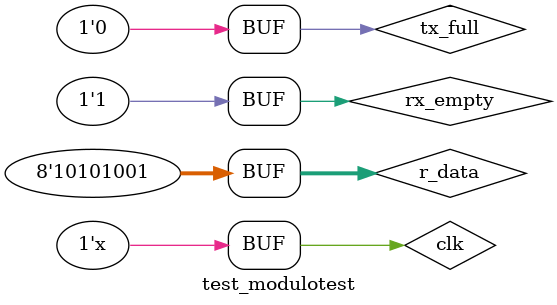
<source format=v>
`timescale 1ns / 1ps


module test_modulotest;

	// Inputs
	reg [7:0] r_data;
	reg rx_empty;
	reg tx_full;
	reg clk;

	// Outputs
	wire rd;
	wire [7:0] w_data;
	wire wr;

	// Instantiate the Unit Under Test (UUT)
	test uut (
		.r_data(r_data), 
		.rd(rd), 
		.rx_empty(rx_empty), 
		.w_data(w_data), 
		.wr(wr), 
		.tx_full(tx_full), 
		.clk(clk)
	);

	initial begin
		// Initialize Inputs
		r_data = 0;
		rx_empty = 0;
		tx_full = 0;
		clk = 0;

		// Wait 100 ns for global reset to finish
		r_data = 11001001;
		#30;
		rx_empty = 0;
		#20;
		rx_empty = 1;
		#40;
		tx_full = 0;
		
		
		
		
        
		// Add stimulus here

	end
	
	always #5
	clk = ~clk;
      
endmodule


</source>
